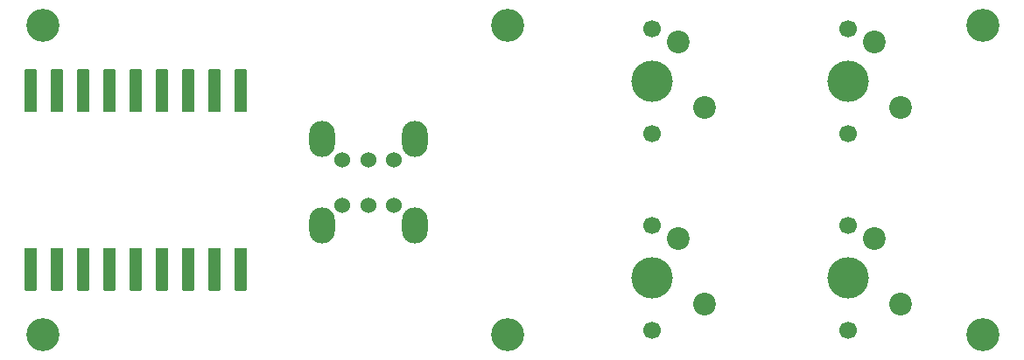
<source format=gbs>
G04 #@! TF.GenerationSoftware,KiCad,Pcbnew,8.0.7*
G04 #@! TF.CreationDate,2025-07-02T20:48:29-04:00*
G04 #@! TF.ProjectId,ESP32_laptop-midi,45535033-325f-46c6-9170-746f702d6d69,rev?*
G04 #@! TF.SameCoordinates,Original*
G04 #@! TF.FileFunction,Soldermask,Bot*
G04 #@! TF.FilePolarity,Negative*
%FSLAX46Y46*%
G04 Gerber Fmt 4.6, Leading zero omitted, Abs format (unit mm)*
G04 Created by KiCad (PCBNEW 8.0.7) date 2025-07-02 20:48:29*
%MOMM*%
%LPD*%
G01*
G04 APERTURE LIST*
G04 Aperture macros list*
%AMFreePoly0*
4,1,11,0.558779,3.080902,0.595106,3.030902,0.600000,3.000000,0.600000,-1.000000,-0.600000,-1.000000,-0.600000,3.000000,-0.580902,3.058779,-0.530902,3.095106,-0.500000,3.100000,0.500000,3.100000,0.558779,3.080902,0.558779,3.080902,$1*%
G04 Aperture macros list end*
%ADD10C,1.700000*%
%ADD11C,4.000000*%
%ADD12C,2.200000*%
%ADD13C,3.200000*%
%ADD14O,2.500000X3.500000*%
%ADD15C,1.524000*%
%ADD16FreePoly0,0.000000*%
%ADD17FreePoly0,180.000000*%
G04 APERTURE END LIST*
D10*
X214920000Y-26380000D03*
D11*
X214920000Y-31460000D03*
D10*
X214920000Y-36540000D03*
D12*
X220000000Y-34000000D03*
X217460000Y-27650000D03*
D10*
X233920000Y-45380000D03*
D11*
X233920000Y-50460000D03*
D10*
X233920000Y-55540000D03*
D12*
X239000000Y-53000000D03*
X236460000Y-46650000D03*
D13*
X156000000Y-56000000D03*
D10*
X233920000Y-26380000D03*
D11*
X233920000Y-31460000D03*
D10*
X233920000Y-36540000D03*
D12*
X239000000Y-34000000D03*
X236460000Y-27650000D03*
D13*
X247000000Y-56000000D03*
X201000000Y-56000000D03*
D14*
X191999999Y-36999999D03*
X183000001Y-36999999D03*
D15*
X190000000Y-39000000D03*
X185000000Y-39000000D03*
X187500000Y-39000000D03*
D14*
X183000001Y-45406901D03*
X191999999Y-45406901D03*
D15*
X185000000Y-43406900D03*
X190000000Y-43406900D03*
X187500000Y-43406900D03*
D13*
X201000000Y-26000000D03*
X156000000Y-26000000D03*
D10*
X214920000Y-45380000D03*
D11*
X214920000Y-50460000D03*
D10*
X214920000Y-55540000D03*
D12*
X220000000Y-53000000D03*
X217460000Y-46650000D03*
D13*
X247000000Y-26000000D03*
D16*
X154840000Y-33380000D03*
X157380000Y-33380000D03*
X159920000Y-33380000D03*
X162460000Y-33380000D03*
X165000000Y-33380000D03*
X167540000Y-33380000D03*
X170080000Y-33380000D03*
X172620000Y-33380000D03*
X175160000Y-33380000D03*
D17*
X175160000Y-48620000D03*
X172620000Y-48620000D03*
X170080000Y-48620000D03*
X167540000Y-48620000D03*
X165000000Y-48620000D03*
X162460000Y-48620000D03*
X159920000Y-48620000D03*
X157380000Y-48620000D03*
X154840000Y-48620000D03*
M02*

</source>
